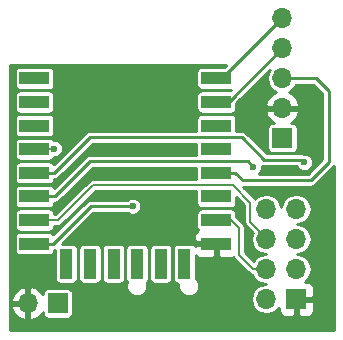
<source format=gtl>
G04 #@! TF.FileFunction,Copper,L1,Top,Signal*
%FSLAX46Y46*%
G04 Gerber Fmt 4.6, Leading zero omitted, Abs format (unit mm)*
G04 Created by KiCad (PCBNEW 4.0.7-e2-6376~58~ubuntu17.04.1) date Tue Sep  5 17:35:11 2017*
%MOMM*%
%LPD*%
G01*
G04 APERTURE LIST*
%ADD10C,0.100000*%
%ADD11R,2.500000X1.100000*%
%ADD12R,1.100000X2.500000*%
%ADD13R,1.700000X1.700000*%
%ADD14O,1.700000X1.700000*%
%ADD15C,0.600000*%
%ADD16C,0.160000*%
%ADD17C,0.250000*%
%ADD18C,0.254000*%
G04 APERTURE END LIST*
D10*
D11*
X137730000Y-83820000D03*
X137730000Y-85820000D03*
X137730000Y-87820000D03*
X137730000Y-89820000D03*
X137730000Y-91820000D03*
X137730000Y-93820000D03*
X137730000Y-95820000D03*
X137730000Y-97820000D03*
X153130000Y-97820000D03*
X153130000Y-95820000D03*
X153130000Y-93820000D03*
X153130000Y-91820000D03*
X153130000Y-89820000D03*
X153130000Y-87820000D03*
X153130000Y-85820000D03*
X153130000Y-83820000D03*
D12*
X140420000Y-99520000D03*
X142420000Y-99520000D03*
X144420000Y-99520000D03*
X146420000Y-99520000D03*
X148420000Y-99520000D03*
X150420000Y-99520000D03*
D13*
X159893000Y-102514400D03*
D14*
X157353000Y-102514400D03*
X159893000Y-99974400D03*
X157353000Y-99974400D03*
X159893000Y-97434400D03*
X157353000Y-97434400D03*
X159893000Y-94894400D03*
X157353000Y-94894400D03*
D13*
X158724600Y-88874600D03*
D14*
X158724600Y-86334600D03*
X158724600Y-83794600D03*
X158724600Y-81254600D03*
X158724600Y-78714600D03*
D13*
X139700000Y-102870000D03*
D14*
X137160000Y-102870000D03*
D15*
X142544800Y-96647000D03*
X143941800Y-96647000D03*
X145440400Y-96621600D03*
X146888200Y-96596200D03*
X160959800Y-87274400D03*
X156108400Y-87503000D03*
X146050000Y-94640400D03*
X160578800Y-90932000D03*
X156260800Y-91287600D03*
X139420600Y-89763600D03*
D16*
X143941800Y-96647000D02*
X142544800Y-96647000D01*
X146862800Y-96621600D02*
X145440400Y-96621600D01*
X146888200Y-96596200D02*
X146862800Y-96621600D01*
X158724600Y-86334600D02*
X160020000Y-86334600D01*
X160020000Y-86334600D02*
X160959800Y-87274400D01*
D17*
X138430000Y-97820000D02*
X139314400Y-97820000D01*
X142494000Y-94640400D02*
X146050000Y-94640400D01*
X139314400Y-97820000D02*
X142494000Y-94640400D01*
D16*
X152430000Y-95820000D02*
X154367000Y-95820000D01*
X154367000Y-95820000D02*
X155016200Y-96469200D01*
X155016200Y-96469200D02*
X155016200Y-98755200D01*
X155016200Y-98755200D02*
X156235400Y-99974400D01*
X156235400Y-99974400D02*
X157353000Y-99974400D01*
D17*
X139421600Y-91820000D02*
X138430000Y-91820000D01*
X142417800Y-88823800D02*
X139421600Y-91820000D01*
X155270200Y-88823800D02*
X142417800Y-88823800D01*
X157175200Y-90728800D02*
X155270200Y-88823800D01*
X160375600Y-90728800D02*
X157175200Y-90728800D01*
X160578800Y-90932000D02*
X160375600Y-90728800D01*
D16*
X157353000Y-97434400D02*
X157353000Y-97332800D01*
X157353000Y-97332800D02*
X156006800Y-95986600D01*
X156006800Y-95986600D02*
X156006800Y-94335600D01*
X156006800Y-94335600D02*
X154508200Y-92837000D01*
X154508200Y-92837000D02*
X142697200Y-92837000D01*
X142697200Y-92837000D02*
X139714200Y-95820000D01*
X139714200Y-95820000D02*
X138430000Y-95820000D01*
D17*
X156260800Y-91287600D02*
X155803600Y-90830400D01*
X155803600Y-90830400D02*
X142417800Y-90830400D01*
X142417800Y-90830400D02*
X139428200Y-93820000D01*
X139428200Y-93820000D02*
X138430000Y-93820000D01*
X158724600Y-83794600D02*
X161569400Y-83794600D01*
X154735800Y-91820000D02*
X152430000Y-91820000D01*
X155346400Y-92430600D02*
X154735800Y-91820000D01*
X161112200Y-92430600D02*
X155346400Y-92430600D01*
X162636200Y-90906600D02*
X161112200Y-92430600D01*
X162636200Y-84861400D02*
X162636200Y-90906600D01*
X161569400Y-83794600D02*
X162636200Y-84861400D01*
X152430000Y-85820000D02*
X154159200Y-85820000D01*
X154159200Y-85820000D02*
X158724600Y-81254600D01*
X152430000Y-83820000D02*
X153619200Y-83820000D01*
X153619200Y-83820000D02*
X158724600Y-78714600D01*
D16*
X139364200Y-89820000D02*
X138430000Y-89820000D01*
X139420600Y-89763600D02*
X139364200Y-89820000D01*
D18*
G36*
X153823919Y-82834635D02*
X151880000Y-82834635D01*
X151721763Y-82864409D01*
X151576433Y-82957927D01*
X151478936Y-83100619D01*
X151444635Y-83270000D01*
X151444635Y-84370000D01*
X151474409Y-84528237D01*
X151567927Y-84673567D01*
X151710619Y-84771064D01*
X151880000Y-84805365D01*
X154380000Y-84805365D01*
X154396246Y-84802308D01*
X154363919Y-84834635D01*
X151880000Y-84834635D01*
X151721763Y-84864409D01*
X151576433Y-84957927D01*
X151478936Y-85100619D01*
X151444635Y-85270000D01*
X151444635Y-86370000D01*
X151474409Y-86528237D01*
X151567927Y-86673567D01*
X151710619Y-86771064D01*
X151880000Y-86805365D01*
X154380000Y-86805365D01*
X154538237Y-86775591D01*
X154668932Y-86691490D01*
X157283124Y-86691490D01*
X157452955Y-87101524D01*
X157843242Y-87529783D01*
X157969836Y-87589235D01*
X157874600Y-87589235D01*
X157716363Y-87619009D01*
X157571033Y-87712527D01*
X157473536Y-87855219D01*
X157439235Y-88024600D01*
X157439235Y-89724600D01*
X157469009Y-89882837D01*
X157562527Y-90028167D01*
X157705219Y-90125664D01*
X157874600Y-90159965D01*
X159574600Y-90159965D01*
X159732837Y-90130191D01*
X159878167Y-90036673D01*
X159975664Y-89893981D01*
X160009965Y-89724600D01*
X160009965Y-88024600D01*
X159980191Y-87866363D01*
X159886673Y-87721033D01*
X159743981Y-87623536D01*
X159574600Y-87589235D01*
X159479364Y-87589235D01*
X159605958Y-87529783D01*
X159996245Y-87101524D01*
X160166076Y-86691490D01*
X160044755Y-86461600D01*
X158851600Y-86461600D01*
X158851600Y-86481600D01*
X158597600Y-86481600D01*
X158597600Y-86461600D01*
X157404445Y-86461600D01*
X157283124Y-86691490D01*
X154668932Y-86691490D01*
X154683567Y-86682073D01*
X154781064Y-86539381D01*
X154815365Y-86370000D01*
X154815365Y-85944481D01*
X157652399Y-83107447D01*
X157519788Y-83305913D01*
X157422582Y-83794600D01*
X157519788Y-84283287D01*
X157796607Y-84697575D01*
X158204183Y-84969909D01*
X157843242Y-85139417D01*
X157452955Y-85567676D01*
X157283124Y-85977710D01*
X157404445Y-86207600D01*
X158597600Y-86207600D01*
X158597600Y-86187600D01*
X158851600Y-86187600D01*
X158851600Y-86207600D01*
X160044755Y-86207600D01*
X160166076Y-85977710D01*
X159996245Y-85567676D01*
X159605958Y-85139417D01*
X159245017Y-84969909D01*
X159652593Y-84697575D01*
X159887108Y-84346600D01*
X161340754Y-84346600D01*
X162084200Y-85090046D01*
X162084200Y-90677954D01*
X160883554Y-91878600D01*
X156697800Y-91878600D01*
X156876761Y-91699950D01*
X156987674Y-91432844D01*
X156987839Y-91243532D01*
X157175200Y-91280800D01*
X159936306Y-91280800D01*
X159962120Y-91343275D01*
X160166450Y-91547961D01*
X160433556Y-91658874D01*
X160722775Y-91659126D01*
X160990075Y-91548680D01*
X161194761Y-91344350D01*
X161305674Y-91077244D01*
X161305926Y-90788025D01*
X161195480Y-90520725D01*
X160991150Y-90316039D01*
X160724044Y-90205126D01*
X160517100Y-90204946D01*
X160375600Y-90176800D01*
X157403846Y-90176800D01*
X155660523Y-88433477D01*
X155481442Y-88313818D01*
X155270200Y-88271800D01*
X154815365Y-88271800D01*
X154815365Y-87270000D01*
X154785591Y-87111763D01*
X154692073Y-86966433D01*
X154549381Y-86868936D01*
X154380000Y-86834635D01*
X151880000Y-86834635D01*
X151721763Y-86864409D01*
X151576433Y-86957927D01*
X151478936Y-87100619D01*
X151444635Y-87270000D01*
X151444635Y-88271800D01*
X142417800Y-88271800D01*
X142206558Y-88313818D01*
X142027477Y-88433477D01*
X139371339Y-91089615D01*
X139292073Y-90966433D01*
X139149381Y-90868936D01*
X138980000Y-90834635D01*
X136480000Y-90834635D01*
X136321763Y-90864409D01*
X136176433Y-90957927D01*
X136078936Y-91100619D01*
X136044635Y-91270000D01*
X136044635Y-92370000D01*
X136074409Y-92528237D01*
X136167927Y-92673567D01*
X136310619Y-92771064D01*
X136480000Y-92805365D01*
X138980000Y-92805365D01*
X139138237Y-92775591D01*
X139283567Y-92682073D01*
X139381064Y-92539381D01*
X139414960Y-92372000D01*
X139421600Y-92372000D01*
X139632842Y-92329982D01*
X139811923Y-92210323D01*
X142646446Y-89375800D01*
X151444635Y-89375800D01*
X151444635Y-90278400D01*
X142417800Y-90278400D01*
X142206558Y-90320418D01*
X142027477Y-90440077D01*
X139373923Y-93093631D01*
X139292073Y-92966433D01*
X139149381Y-92868936D01*
X138980000Y-92834635D01*
X136480000Y-92834635D01*
X136321763Y-92864409D01*
X136176433Y-92957927D01*
X136078936Y-93100619D01*
X136044635Y-93270000D01*
X136044635Y-94370000D01*
X136074409Y-94528237D01*
X136167927Y-94673567D01*
X136310619Y-94771064D01*
X136480000Y-94805365D01*
X138980000Y-94805365D01*
X139138237Y-94775591D01*
X139283567Y-94682073D01*
X139381064Y-94539381D01*
X139414960Y-94372000D01*
X139428200Y-94372000D01*
X139639442Y-94329982D01*
X139818523Y-94210323D01*
X142646446Y-91382400D01*
X151444635Y-91382400D01*
X151444635Y-92330000D01*
X142697200Y-92330000D01*
X142503179Y-92368593D01*
X142410380Y-92430600D01*
X142338697Y-92478497D01*
X139504194Y-95313000D01*
X139415365Y-95313000D01*
X139415365Y-95270000D01*
X139385591Y-95111763D01*
X139292073Y-94966433D01*
X139149381Y-94868936D01*
X138980000Y-94834635D01*
X136480000Y-94834635D01*
X136321763Y-94864409D01*
X136176433Y-94957927D01*
X136078936Y-95100619D01*
X136044635Y-95270000D01*
X136044635Y-96370000D01*
X136074409Y-96528237D01*
X136167927Y-96673567D01*
X136310619Y-96771064D01*
X136480000Y-96805365D01*
X138980000Y-96805365D01*
X139138237Y-96775591D01*
X139283567Y-96682073D01*
X139381064Y-96539381D01*
X139415365Y-96370000D01*
X139415365Y-96327000D01*
X139714200Y-96327000D01*
X139908221Y-96288407D01*
X140072703Y-96178503D01*
X142907206Y-93344000D01*
X151444635Y-93344000D01*
X151444635Y-94370000D01*
X151474409Y-94528237D01*
X151567927Y-94673567D01*
X151710619Y-94771064D01*
X151880000Y-94805365D01*
X154380000Y-94805365D01*
X154538237Y-94775591D01*
X154683567Y-94682073D01*
X154781064Y-94539381D01*
X154815365Y-94370000D01*
X154815365Y-93861171D01*
X155499800Y-94545606D01*
X155499800Y-95986600D01*
X155538393Y-96180621D01*
X155601575Y-96275179D01*
X155648297Y-96345103D01*
X156188530Y-96885336D01*
X156148188Y-96945713D01*
X156050982Y-97434400D01*
X156148188Y-97923087D01*
X156425007Y-98337375D01*
X156839295Y-98614194D01*
X157292791Y-98704400D01*
X156839295Y-98794606D01*
X156425007Y-99071425D01*
X156274572Y-99296566D01*
X155523200Y-98545194D01*
X155523200Y-96469200D01*
X155484607Y-96275179D01*
X155374703Y-96110697D01*
X154815365Y-95551359D01*
X154815365Y-95270000D01*
X154785591Y-95111763D01*
X154692073Y-94966433D01*
X154549381Y-94868936D01*
X154380000Y-94834635D01*
X151880000Y-94834635D01*
X151721763Y-94864409D01*
X151576433Y-94957927D01*
X151478936Y-95100619D01*
X151444635Y-95270000D01*
X151444635Y-96370000D01*
X151474409Y-96528237D01*
X151567927Y-96673567D01*
X151602897Y-96697461D01*
X151520302Y-96731673D01*
X151341673Y-96910301D01*
X151245000Y-97143690D01*
X151245000Y-97534250D01*
X151403750Y-97693000D01*
X153003000Y-97693000D01*
X153003000Y-97673000D01*
X153257000Y-97673000D01*
X153257000Y-97693000D01*
X153277000Y-97693000D01*
X153277000Y-97947000D01*
X153257000Y-97947000D01*
X153257000Y-98846250D01*
X153415750Y-99005000D01*
X154506309Y-99005000D01*
X154567992Y-98979450D01*
X154585064Y-99005000D01*
X154657697Y-99113703D01*
X155876897Y-100332903D01*
X156041379Y-100442807D01*
X156148932Y-100464201D01*
X156425007Y-100877375D01*
X156839295Y-101154194D01*
X157292791Y-101244400D01*
X156839295Y-101334606D01*
X156425007Y-101611425D01*
X156148188Y-102025713D01*
X156050982Y-102514400D01*
X156148188Y-103003087D01*
X156425007Y-103417375D01*
X156839295Y-103694194D01*
X157327982Y-103791400D01*
X157378018Y-103791400D01*
X157866705Y-103694194D01*
X158280993Y-103417375D01*
X158408000Y-103227296D01*
X158408000Y-103490710D01*
X158504673Y-103724099D01*
X158683302Y-103902727D01*
X158916691Y-103999400D01*
X159607250Y-103999400D01*
X159766000Y-103840650D01*
X159766000Y-102641400D01*
X160020000Y-102641400D01*
X160020000Y-103840650D01*
X160178750Y-103999400D01*
X160869309Y-103999400D01*
X161102698Y-103902727D01*
X161281327Y-103724099D01*
X161378000Y-103490710D01*
X161378000Y-102800150D01*
X161219250Y-102641400D01*
X160020000Y-102641400D01*
X159766000Y-102641400D01*
X159746000Y-102641400D01*
X159746000Y-102387400D01*
X159766000Y-102387400D01*
X159766000Y-102367400D01*
X160020000Y-102367400D01*
X160020000Y-102387400D01*
X161219250Y-102387400D01*
X161378000Y-102228650D01*
X161378000Y-101538090D01*
X161281327Y-101304701D01*
X161102698Y-101126073D01*
X160869309Y-101029400D01*
X160593472Y-101029400D01*
X160820993Y-100877375D01*
X161097812Y-100463087D01*
X161195018Y-99974400D01*
X161097812Y-99485713D01*
X160820993Y-99071425D01*
X160406705Y-98794606D01*
X159953209Y-98704400D01*
X160406705Y-98614194D01*
X160820993Y-98337375D01*
X161097812Y-97923087D01*
X161195018Y-97434400D01*
X161097812Y-96945713D01*
X160820993Y-96531425D01*
X160406705Y-96254606D01*
X159953209Y-96164400D01*
X160406705Y-96074194D01*
X160820993Y-95797375D01*
X161097812Y-95383087D01*
X161195018Y-94894400D01*
X161097812Y-94405713D01*
X160820993Y-93991425D01*
X160406705Y-93714606D01*
X159918018Y-93617400D01*
X159867982Y-93617400D01*
X159379295Y-93714606D01*
X158965007Y-93991425D01*
X158688188Y-94405713D01*
X158623000Y-94733435D01*
X158557812Y-94405713D01*
X158280993Y-93991425D01*
X157866705Y-93714606D01*
X157378018Y-93617400D01*
X157327982Y-93617400D01*
X156839295Y-93714606D01*
X156425007Y-93991425D01*
X156399942Y-94028937D01*
X156365303Y-93977097D01*
X155370806Y-92982600D01*
X161112200Y-92982600D01*
X161323442Y-92940582D01*
X161502523Y-92820923D01*
X163026523Y-91296923D01*
X163074000Y-91225869D01*
X163074000Y-105162000D01*
X135630000Y-105162000D01*
X135630000Y-103226892D01*
X135718514Y-103226892D01*
X135964817Y-103751358D01*
X136393076Y-104141645D01*
X136803110Y-104311476D01*
X137033000Y-104190155D01*
X137033000Y-102997000D01*
X135839181Y-102997000D01*
X135718514Y-103226892D01*
X135630000Y-103226892D01*
X135630000Y-102513108D01*
X135718514Y-102513108D01*
X135839181Y-102743000D01*
X137033000Y-102743000D01*
X137033000Y-101549845D01*
X137287000Y-101549845D01*
X137287000Y-102743000D01*
X137307000Y-102743000D01*
X137307000Y-102997000D01*
X137287000Y-102997000D01*
X137287000Y-104190155D01*
X137516890Y-104311476D01*
X137926924Y-104141645D01*
X138355183Y-103751358D01*
X138414635Y-103624764D01*
X138414635Y-103720000D01*
X138444409Y-103878237D01*
X138537927Y-104023567D01*
X138680619Y-104121064D01*
X138850000Y-104155365D01*
X140550000Y-104155365D01*
X140708237Y-104125591D01*
X140853567Y-104032073D01*
X140951064Y-103889381D01*
X140985365Y-103720000D01*
X140985365Y-102020000D01*
X140955591Y-101861763D01*
X140862073Y-101716433D01*
X140719381Y-101618936D01*
X140550000Y-101584635D01*
X138850000Y-101584635D01*
X138691763Y-101614409D01*
X138546433Y-101707927D01*
X138448936Y-101850619D01*
X138414635Y-102020000D01*
X138414635Y-102115236D01*
X138355183Y-101988642D01*
X137926924Y-101598355D01*
X137516890Y-101428524D01*
X137287000Y-101549845D01*
X137033000Y-101549845D01*
X136803110Y-101428524D01*
X136393076Y-101598355D01*
X135964817Y-101988642D01*
X135718514Y-102513108D01*
X135630000Y-102513108D01*
X135630000Y-97270000D01*
X136044635Y-97270000D01*
X136044635Y-98370000D01*
X136074409Y-98528237D01*
X136167927Y-98673567D01*
X136310619Y-98771064D01*
X136480000Y-98805365D01*
X138980000Y-98805365D01*
X139138237Y-98775591D01*
X139283567Y-98682073D01*
X139381064Y-98539381D01*
X139415365Y-98370000D01*
X139415365Y-98351917D01*
X139434635Y-98348084D01*
X139434635Y-100770000D01*
X139464409Y-100928237D01*
X139557927Y-101073567D01*
X139700619Y-101171064D01*
X139870000Y-101205365D01*
X140970000Y-101205365D01*
X141128237Y-101175591D01*
X141273567Y-101082073D01*
X141371064Y-100939381D01*
X141405365Y-100770000D01*
X141405365Y-98270000D01*
X141434635Y-98270000D01*
X141434635Y-100770000D01*
X141464409Y-100928237D01*
X141557927Y-101073567D01*
X141700619Y-101171064D01*
X141870000Y-101205365D01*
X142970000Y-101205365D01*
X143128237Y-101175591D01*
X143273567Y-101082073D01*
X143371064Y-100939381D01*
X143405365Y-100770000D01*
X143405365Y-98270000D01*
X143434635Y-98270000D01*
X143434635Y-100770000D01*
X143464409Y-100928237D01*
X143557927Y-101073567D01*
X143700619Y-101171064D01*
X143870000Y-101205365D01*
X144970000Y-101205365D01*
X145128237Y-101175591D01*
X145273567Y-101082073D01*
X145371064Y-100939381D01*
X145405365Y-100770000D01*
X145405365Y-98270000D01*
X145434635Y-98270000D01*
X145434635Y-100770000D01*
X145464409Y-100928237D01*
X145557927Y-101073567D01*
X145571963Y-101083158D01*
X145513153Y-101224789D01*
X145512849Y-101573681D01*
X145646082Y-101896131D01*
X145892571Y-102143051D01*
X146214789Y-102276847D01*
X146563681Y-102277151D01*
X146886131Y-102143918D01*
X147133051Y-101897429D01*
X147266847Y-101575211D01*
X147267151Y-101226319D01*
X147221416Y-101115631D01*
X147273567Y-101082073D01*
X147371064Y-100939381D01*
X147405365Y-100770000D01*
X147405365Y-98270000D01*
X147434635Y-98270000D01*
X147434635Y-100770000D01*
X147464409Y-100928237D01*
X147557927Y-101073567D01*
X147700619Y-101171064D01*
X147870000Y-101205365D01*
X148970000Y-101205365D01*
X149128237Y-101175591D01*
X149273567Y-101082073D01*
X149371064Y-100939381D01*
X149405365Y-100770000D01*
X149405365Y-98270000D01*
X149434635Y-98270000D01*
X149434635Y-100770000D01*
X149464409Y-100928237D01*
X149557927Y-101073567D01*
X149700619Y-101171064D01*
X149870000Y-101205365D01*
X149921219Y-101205365D01*
X149913153Y-101224789D01*
X149912849Y-101573681D01*
X150046082Y-101896131D01*
X150292571Y-102143051D01*
X150614789Y-102276847D01*
X150963681Y-102277151D01*
X151286131Y-102143918D01*
X151533051Y-101897429D01*
X151666847Y-101575211D01*
X151667151Y-101226319D01*
X151533918Y-100903869D01*
X151404508Y-100774233D01*
X151405365Y-100770000D01*
X151405365Y-98793391D01*
X151520302Y-98908327D01*
X151753691Y-99005000D01*
X152844250Y-99005000D01*
X153003000Y-98846250D01*
X153003000Y-97947000D01*
X151403750Y-97947000D01*
X151322105Y-98028645D01*
X151282073Y-97966433D01*
X151139381Y-97868936D01*
X150970000Y-97834635D01*
X149870000Y-97834635D01*
X149711763Y-97864409D01*
X149566433Y-97957927D01*
X149468936Y-98100619D01*
X149434635Y-98270000D01*
X149405365Y-98270000D01*
X149375591Y-98111763D01*
X149282073Y-97966433D01*
X149139381Y-97868936D01*
X148970000Y-97834635D01*
X147870000Y-97834635D01*
X147711763Y-97864409D01*
X147566433Y-97957927D01*
X147468936Y-98100619D01*
X147434635Y-98270000D01*
X147405365Y-98270000D01*
X147375591Y-98111763D01*
X147282073Y-97966433D01*
X147139381Y-97868936D01*
X146970000Y-97834635D01*
X145870000Y-97834635D01*
X145711763Y-97864409D01*
X145566433Y-97957927D01*
X145468936Y-98100619D01*
X145434635Y-98270000D01*
X145405365Y-98270000D01*
X145375591Y-98111763D01*
X145282073Y-97966433D01*
X145139381Y-97868936D01*
X144970000Y-97834635D01*
X143870000Y-97834635D01*
X143711763Y-97864409D01*
X143566433Y-97957927D01*
X143468936Y-98100619D01*
X143434635Y-98270000D01*
X143405365Y-98270000D01*
X143375591Y-98111763D01*
X143282073Y-97966433D01*
X143139381Y-97868936D01*
X142970000Y-97834635D01*
X141870000Y-97834635D01*
X141711763Y-97864409D01*
X141566433Y-97957927D01*
X141468936Y-98100619D01*
X141434635Y-98270000D01*
X141405365Y-98270000D01*
X141375591Y-98111763D01*
X141282073Y-97966433D01*
X141139381Y-97868936D01*
X140970000Y-97834635D01*
X140080411Y-97834635D01*
X142722646Y-95192400D01*
X145573800Y-95192400D01*
X145637650Y-95256361D01*
X145904756Y-95367274D01*
X146193975Y-95367526D01*
X146461275Y-95257080D01*
X146665961Y-95052750D01*
X146776874Y-94785644D01*
X146777126Y-94496425D01*
X146666680Y-94229125D01*
X146462350Y-94024439D01*
X146195244Y-93913526D01*
X145906025Y-93913274D01*
X145638725Y-94023720D01*
X145573932Y-94088400D01*
X142494000Y-94088400D01*
X142282759Y-94130418D01*
X142163173Y-94210323D01*
X142103677Y-94250077D01*
X139329366Y-97024388D01*
X139292073Y-96966433D01*
X139149381Y-96868936D01*
X138980000Y-96834635D01*
X136480000Y-96834635D01*
X136321763Y-96864409D01*
X136176433Y-96957927D01*
X136078936Y-97100619D01*
X136044635Y-97270000D01*
X135630000Y-97270000D01*
X135630000Y-89270000D01*
X136044635Y-89270000D01*
X136044635Y-90370000D01*
X136074409Y-90528237D01*
X136167927Y-90673567D01*
X136310619Y-90771064D01*
X136480000Y-90805365D01*
X138980000Y-90805365D01*
X139138237Y-90775591D01*
X139283567Y-90682073D01*
X139381064Y-90539381D01*
X139390948Y-90490575D01*
X139564575Y-90490726D01*
X139831875Y-90380280D01*
X140036561Y-90175950D01*
X140147474Y-89908844D01*
X140147726Y-89619625D01*
X140037280Y-89352325D01*
X139832950Y-89147639D01*
X139565844Y-89036726D01*
X139337177Y-89036527D01*
X139292073Y-88966433D01*
X139149381Y-88868936D01*
X138980000Y-88834635D01*
X136480000Y-88834635D01*
X136321763Y-88864409D01*
X136176433Y-88957927D01*
X136078936Y-89100619D01*
X136044635Y-89270000D01*
X135630000Y-89270000D01*
X135630000Y-87270000D01*
X136044635Y-87270000D01*
X136044635Y-88370000D01*
X136074409Y-88528237D01*
X136167927Y-88673567D01*
X136310619Y-88771064D01*
X136480000Y-88805365D01*
X138980000Y-88805365D01*
X139138237Y-88775591D01*
X139283567Y-88682073D01*
X139381064Y-88539381D01*
X139415365Y-88370000D01*
X139415365Y-87270000D01*
X139385591Y-87111763D01*
X139292073Y-86966433D01*
X139149381Y-86868936D01*
X138980000Y-86834635D01*
X136480000Y-86834635D01*
X136321763Y-86864409D01*
X136176433Y-86957927D01*
X136078936Y-87100619D01*
X136044635Y-87270000D01*
X135630000Y-87270000D01*
X135630000Y-85270000D01*
X136044635Y-85270000D01*
X136044635Y-86370000D01*
X136074409Y-86528237D01*
X136167927Y-86673567D01*
X136310619Y-86771064D01*
X136480000Y-86805365D01*
X138980000Y-86805365D01*
X139138237Y-86775591D01*
X139283567Y-86682073D01*
X139381064Y-86539381D01*
X139415365Y-86370000D01*
X139415365Y-85270000D01*
X139385591Y-85111763D01*
X139292073Y-84966433D01*
X139149381Y-84868936D01*
X138980000Y-84834635D01*
X136480000Y-84834635D01*
X136321763Y-84864409D01*
X136176433Y-84957927D01*
X136078936Y-85100619D01*
X136044635Y-85270000D01*
X135630000Y-85270000D01*
X135630000Y-83270000D01*
X136044635Y-83270000D01*
X136044635Y-84370000D01*
X136074409Y-84528237D01*
X136167927Y-84673567D01*
X136310619Y-84771064D01*
X136480000Y-84805365D01*
X138980000Y-84805365D01*
X139138237Y-84775591D01*
X139283567Y-84682073D01*
X139381064Y-84539381D01*
X139415365Y-84370000D01*
X139415365Y-83270000D01*
X139385591Y-83111763D01*
X139292073Y-82966433D01*
X139149381Y-82868936D01*
X138980000Y-82834635D01*
X136480000Y-82834635D01*
X136321763Y-82864409D01*
X136176433Y-82957927D01*
X136078936Y-83100619D01*
X136044635Y-83270000D01*
X135630000Y-83270000D01*
X135630000Y-82677000D01*
X153981554Y-82677000D01*
X153823919Y-82834635D01*
X153823919Y-82834635D01*
G37*
X153823919Y-82834635D02*
X151880000Y-82834635D01*
X151721763Y-82864409D01*
X151576433Y-82957927D01*
X151478936Y-83100619D01*
X151444635Y-83270000D01*
X151444635Y-84370000D01*
X151474409Y-84528237D01*
X151567927Y-84673567D01*
X151710619Y-84771064D01*
X151880000Y-84805365D01*
X154380000Y-84805365D01*
X154396246Y-84802308D01*
X154363919Y-84834635D01*
X151880000Y-84834635D01*
X151721763Y-84864409D01*
X151576433Y-84957927D01*
X151478936Y-85100619D01*
X151444635Y-85270000D01*
X151444635Y-86370000D01*
X151474409Y-86528237D01*
X151567927Y-86673567D01*
X151710619Y-86771064D01*
X151880000Y-86805365D01*
X154380000Y-86805365D01*
X154538237Y-86775591D01*
X154668932Y-86691490D01*
X157283124Y-86691490D01*
X157452955Y-87101524D01*
X157843242Y-87529783D01*
X157969836Y-87589235D01*
X157874600Y-87589235D01*
X157716363Y-87619009D01*
X157571033Y-87712527D01*
X157473536Y-87855219D01*
X157439235Y-88024600D01*
X157439235Y-89724600D01*
X157469009Y-89882837D01*
X157562527Y-90028167D01*
X157705219Y-90125664D01*
X157874600Y-90159965D01*
X159574600Y-90159965D01*
X159732837Y-90130191D01*
X159878167Y-90036673D01*
X159975664Y-89893981D01*
X160009965Y-89724600D01*
X160009965Y-88024600D01*
X159980191Y-87866363D01*
X159886673Y-87721033D01*
X159743981Y-87623536D01*
X159574600Y-87589235D01*
X159479364Y-87589235D01*
X159605958Y-87529783D01*
X159996245Y-87101524D01*
X160166076Y-86691490D01*
X160044755Y-86461600D01*
X158851600Y-86461600D01*
X158851600Y-86481600D01*
X158597600Y-86481600D01*
X158597600Y-86461600D01*
X157404445Y-86461600D01*
X157283124Y-86691490D01*
X154668932Y-86691490D01*
X154683567Y-86682073D01*
X154781064Y-86539381D01*
X154815365Y-86370000D01*
X154815365Y-85944481D01*
X157652399Y-83107447D01*
X157519788Y-83305913D01*
X157422582Y-83794600D01*
X157519788Y-84283287D01*
X157796607Y-84697575D01*
X158204183Y-84969909D01*
X157843242Y-85139417D01*
X157452955Y-85567676D01*
X157283124Y-85977710D01*
X157404445Y-86207600D01*
X158597600Y-86207600D01*
X158597600Y-86187600D01*
X158851600Y-86187600D01*
X158851600Y-86207600D01*
X160044755Y-86207600D01*
X160166076Y-85977710D01*
X159996245Y-85567676D01*
X159605958Y-85139417D01*
X159245017Y-84969909D01*
X159652593Y-84697575D01*
X159887108Y-84346600D01*
X161340754Y-84346600D01*
X162084200Y-85090046D01*
X162084200Y-90677954D01*
X160883554Y-91878600D01*
X156697800Y-91878600D01*
X156876761Y-91699950D01*
X156987674Y-91432844D01*
X156987839Y-91243532D01*
X157175200Y-91280800D01*
X159936306Y-91280800D01*
X159962120Y-91343275D01*
X160166450Y-91547961D01*
X160433556Y-91658874D01*
X160722775Y-91659126D01*
X160990075Y-91548680D01*
X161194761Y-91344350D01*
X161305674Y-91077244D01*
X161305926Y-90788025D01*
X161195480Y-90520725D01*
X160991150Y-90316039D01*
X160724044Y-90205126D01*
X160517100Y-90204946D01*
X160375600Y-90176800D01*
X157403846Y-90176800D01*
X155660523Y-88433477D01*
X155481442Y-88313818D01*
X155270200Y-88271800D01*
X154815365Y-88271800D01*
X154815365Y-87270000D01*
X154785591Y-87111763D01*
X154692073Y-86966433D01*
X154549381Y-86868936D01*
X154380000Y-86834635D01*
X151880000Y-86834635D01*
X151721763Y-86864409D01*
X151576433Y-86957927D01*
X151478936Y-87100619D01*
X151444635Y-87270000D01*
X151444635Y-88271800D01*
X142417800Y-88271800D01*
X142206558Y-88313818D01*
X142027477Y-88433477D01*
X139371339Y-91089615D01*
X139292073Y-90966433D01*
X139149381Y-90868936D01*
X138980000Y-90834635D01*
X136480000Y-90834635D01*
X136321763Y-90864409D01*
X136176433Y-90957927D01*
X136078936Y-91100619D01*
X136044635Y-91270000D01*
X136044635Y-92370000D01*
X136074409Y-92528237D01*
X136167927Y-92673567D01*
X136310619Y-92771064D01*
X136480000Y-92805365D01*
X138980000Y-92805365D01*
X139138237Y-92775591D01*
X139283567Y-92682073D01*
X139381064Y-92539381D01*
X139414960Y-92372000D01*
X139421600Y-92372000D01*
X139632842Y-92329982D01*
X139811923Y-92210323D01*
X142646446Y-89375800D01*
X151444635Y-89375800D01*
X151444635Y-90278400D01*
X142417800Y-90278400D01*
X142206558Y-90320418D01*
X142027477Y-90440077D01*
X139373923Y-93093631D01*
X139292073Y-92966433D01*
X139149381Y-92868936D01*
X138980000Y-92834635D01*
X136480000Y-92834635D01*
X136321763Y-92864409D01*
X136176433Y-92957927D01*
X136078936Y-93100619D01*
X136044635Y-93270000D01*
X136044635Y-94370000D01*
X136074409Y-94528237D01*
X136167927Y-94673567D01*
X136310619Y-94771064D01*
X136480000Y-94805365D01*
X138980000Y-94805365D01*
X139138237Y-94775591D01*
X139283567Y-94682073D01*
X139381064Y-94539381D01*
X139414960Y-94372000D01*
X139428200Y-94372000D01*
X139639442Y-94329982D01*
X139818523Y-94210323D01*
X142646446Y-91382400D01*
X151444635Y-91382400D01*
X151444635Y-92330000D01*
X142697200Y-92330000D01*
X142503179Y-92368593D01*
X142410380Y-92430600D01*
X142338697Y-92478497D01*
X139504194Y-95313000D01*
X139415365Y-95313000D01*
X139415365Y-95270000D01*
X139385591Y-95111763D01*
X139292073Y-94966433D01*
X139149381Y-94868936D01*
X138980000Y-94834635D01*
X136480000Y-94834635D01*
X136321763Y-94864409D01*
X136176433Y-94957927D01*
X136078936Y-95100619D01*
X136044635Y-95270000D01*
X136044635Y-96370000D01*
X136074409Y-96528237D01*
X136167927Y-96673567D01*
X136310619Y-96771064D01*
X136480000Y-96805365D01*
X138980000Y-96805365D01*
X139138237Y-96775591D01*
X139283567Y-96682073D01*
X139381064Y-96539381D01*
X139415365Y-96370000D01*
X139415365Y-96327000D01*
X139714200Y-96327000D01*
X139908221Y-96288407D01*
X140072703Y-96178503D01*
X142907206Y-93344000D01*
X151444635Y-93344000D01*
X151444635Y-94370000D01*
X151474409Y-94528237D01*
X151567927Y-94673567D01*
X151710619Y-94771064D01*
X151880000Y-94805365D01*
X154380000Y-94805365D01*
X154538237Y-94775591D01*
X154683567Y-94682073D01*
X154781064Y-94539381D01*
X154815365Y-94370000D01*
X154815365Y-93861171D01*
X155499800Y-94545606D01*
X155499800Y-95986600D01*
X155538393Y-96180621D01*
X155601575Y-96275179D01*
X155648297Y-96345103D01*
X156188530Y-96885336D01*
X156148188Y-96945713D01*
X156050982Y-97434400D01*
X156148188Y-97923087D01*
X156425007Y-98337375D01*
X156839295Y-98614194D01*
X157292791Y-98704400D01*
X156839295Y-98794606D01*
X156425007Y-99071425D01*
X156274572Y-99296566D01*
X155523200Y-98545194D01*
X155523200Y-96469200D01*
X155484607Y-96275179D01*
X155374703Y-96110697D01*
X154815365Y-95551359D01*
X154815365Y-95270000D01*
X154785591Y-95111763D01*
X154692073Y-94966433D01*
X154549381Y-94868936D01*
X154380000Y-94834635D01*
X151880000Y-94834635D01*
X151721763Y-94864409D01*
X151576433Y-94957927D01*
X151478936Y-95100619D01*
X151444635Y-95270000D01*
X151444635Y-96370000D01*
X151474409Y-96528237D01*
X151567927Y-96673567D01*
X151602897Y-96697461D01*
X151520302Y-96731673D01*
X151341673Y-96910301D01*
X151245000Y-97143690D01*
X151245000Y-97534250D01*
X151403750Y-97693000D01*
X153003000Y-97693000D01*
X153003000Y-97673000D01*
X153257000Y-97673000D01*
X153257000Y-97693000D01*
X153277000Y-97693000D01*
X153277000Y-97947000D01*
X153257000Y-97947000D01*
X153257000Y-98846250D01*
X153415750Y-99005000D01*
X154506309Y-99005000D01*
X154567992Y-98979450D01*
X154585064Y-99005000D01*
X154657697Y-99113703D01*
X155876897Y-100332903D01*
X156041379Y-100442807D01*
X156148932Y-100464201D01*
X156425007Y-100877375D01*
X156839295Y-101154194D01*
X157292791Y-101244400D01*
X156839295Y-101334606D01*
X156425007Y-101611425D01*
X156148188Y-102025713D01*
X156050982Y-102514400D01*
X156148188Y-103003087D01*
X156425007Y-103417375D01*
X156839295Y-103694194D01*
X157327982Y-103791400D01*
X157378018Y-103791400D01*
X157866705Y-103694194D01*
X158280993Y-103417375D01*
X158408000Y-103227296D01*
X158408000Y-103490710D01*
X158504673Y-103724099D01*
X158683302Y-103902727D01*
X158916691Y-103999400D01*
X159607250Y-103999400D01*
X159766000Y-103840650D01*
X159766000Y-102641400D01*
X160020000Y-102641400D01*
X160020000Y-103840650D01*
X160178750Y-103999400D01*
X160869309Y-103999400D01*
X161102698Y-103902727D01*
X161281327Y-103724099D01*
X161378000Y-103490710D01*
X161378000Y-102800150D01*
X161219250Y-102641400D01*
X160020000Y-102641400D01*
X159766000Y-102641400D01*
X159746000Y-102641400D01*
X159746000Y-102387400D01*
X159766000Y-102387400D01*
X159766000Y-102367400D01*
X160020000Y-102367400D01*
X160020000Y-102387400D01*
X161219250Y-102387400D01*
X161378000Y-102228650D01*
X161378000Y-101538090D01*
X161281327Y-101304701D01*
X161102698Y-101126073D01*
X160869309Y-101029400D01*
X160593472Y-101029400D01*
X160820993Y-100877375D01*
X161097812Y-100463087D01*
X161195018Y-99974400D01*
X161097812Y-99485713D01*
X160820993Y-99071425D01*
X160406705Y-98794606D01*
X159953209Y-98704400D01*
X160406705Y-98614194D01*
X160820993Y-98337375D01*
X161097812Y-97923087D01*
X161195018Y-97434400D01*
X161097812Y-96945713D01*
X160820993Y-96531425D01*
X160406705Y-96254606D01*
X159953209Y-96164400D01*
X160406705Y-96074194D01*
X160820993Y-95797375D01*
X161097812Y-95383087D01*
X161195018Y-94894400D01*
X161097812Y-94405713D01*
X160820993Y-93991425D01*
X160406705Y-93714606D01*
X159918018Y-93617400D01*
X159867982Y-93617400D01*
X159379295Y-93714606D01*
X158965007Y-93991425D01*
X158688188Y-94405713D01*
X158623000Y-94733435D01*
X158557812Y-94405713D01*
X158280993Y-93991425D01*
X157866705Y-93714606D01*
X157378018Y-93617400D01*
X157327982Y-93617400D01*
X156839295Y-93714606D01*
X156425007Y-93991425D01*
X156399942Y-94028937D01*
X156365303Y-93977097D01*
X155370806Y-92982600D01*
X161112200Y-92982600D01*
X161323442Y-92940582D01*
X161502523Y-92820923D01*
X163026523Y-91296923D01*
X163074000Y-91225869D01*
X163074000Y-105162000D01*
X135630000Y-105162000D01*
X135630000Y-103226892D01*
X135718514Y-103226892D01*
X135964817Y-103751358D01*
X136393076Y-104141645D01*
X136803110Y-104311476D01*
X137033000Y-104190155D01*
X137033000Y-102997000D01*
X135839181Y-102997000D01*
X135718514Y-103226892D01*
X135630000Y-103226892D01*
X135630000Y-102513108D01*
X135718514Y-102513108D01*
X135839181Y-102743000D01*
X137033000Y-102743000D01*
X137033000Y-101549845D01*
X137287000Y-101549845D01*
X137287000Y-102743000D01*
X137307000Y-102743000D01*
X137307000Y-102997000D01*
X137287000Y-102997000D01*
X137287000Y-104190155D01*
X137516890Y-104311476D01*
X137926924Y-104141645D01*
X138355183Y-103751358D01*
X138414635Y-103624764D01*
X138414635Y-103720000D01*
X138444409Y-103878237D01*
X138537927Y-104023567D01*
X138680619Y-104121064D01*
X138850000Y-104155365D01*
X140550000Y-104155365D01*
X140708237Y-104125591D01*
X140853567Y-104032073D01*
X140951064Y-103889381D01*
X140985365Y-103720000D01*
X140985365Y-102020000D01*
X140955591Y-101861763D01*
X140862073Y-101716433D01*
X140719381Y-101618936D01*
X140550000Y-101584635D01*
X138850000Y-101584635D01*
X138691763Y-101614409D01*
X138546433Y-101707927D01*
X138448936Y-101850619D01*
X138414635Y-102020000D01*
X138414635Y-102115236D01*
X138355183Y-101988642D01*
X137926924Y-101598355D01*
X137516890Y-101428524D01*
X137287000Y-101549845D01*
X137033000Y-101549845D01*
X136803110Y-101428524D01*
X136393076Y-101598355D01*
X135964817Y-101988642D01*
X135718514Y-102513108D01*
X135630000Y-102513108D01*
X135630000Y-97270000D01*
X136044635Y-97270000D01*
X136044635Y-98370000D01*
X136074409Y-98528237D01*
X136167927Y-98673567D01*
X136310619Y-98771064D01*
X136480000Y-98805365D01*
X138980000Y-98805365D01*
X139138237Y-98775591D01*
X139283567Y-98682073D01*
X139381064Y-98539381D01*
X139415365Y-98370000D01*
X139415365Y-98351917D01*
X139434635Y-98348084D01*
X139434635Y-100770000D01*
X139464409Y-100928237D01*
X139557927Y-101073567D01*
X139700619Y-101171064D01*
X139870000Y-101205365D01*
X140970000Y-101205365D01*
X141128237Y-101175591D01*
X141273567Y-101082073D01*
X141371064Y-100939381D01*
X141405365Y-100770000D01*
X141405365Y-98270000D01*
X141434635Y-98270000D01*
X141434635Y-100770000D01*
X141464409Y-100928237D01*
X141557927Y-101073567D01*
X141700619Y-101171064D01*
X141870000Y-101205365D01*
X142970000Y-101205365D01*
X143128237Y-101175591D01*
X143273567Y-101082073D01*
X143371064Y-100939381D01*
X143405365Y-100770000D01*
X143405365Y-98270000D01*
X143434635Y-98270000D01*
X143434635Y-100770000D01*
X143464409Y-100928237D01*
X143557927Y-101073567D01*
X143700619Y-101171064D01*
X143870000Y-101205365D01*
X144970000Y-101205365D01*
X145128237Y-101175591D01*
X145273567Y-101082073D01*
X145371064Y-100939381D01*
X145405365Y-100770000D01*
X145405365Y-98270000D01*
X145434635Y-98270000D01*
X145434635Y-100770000D01*
X145464409Y-100928237D01*
X145557927Y-101073567D01*
X145571963Y-101083158D01*
X145513153Y-101224789D01*
X145512849Y-101573681D01*
X145646082Y-101896131D01*
X145892571Y-102143051D01*
X146214789Y-102276847D01*
X146563681Y-102277151D01*
X146886131Y-102143918D01*
X147133051Y-101897429D01*
X147266847Y-101575211D01*
X147267151Y-101226319D01*
X147221416Y-101115631D01*
X147273567Y-101082073D01*
X147371064Y-100939381D01*
X147405365Y-100770000D01*
X147405365Y-98270000D01*
X147434635Y-98270000D01*
X147434635Y-100770000D01*
X147464409Y-100928237D01*
X147557927Y-101073567D01*
X147700619Y-101171064D01*
X147870000Y-101205365D01*
X148970000Y-101205365D01*
X149128237Y-101175591D01*
X149273567Y-101082073D01*
X149371064Y-100939381D01*
X149405365Y-100770000D01*
X149405365Y-98270000D01*
X149434635Y-98270000D01*
X149434635Y-100770000D01*
X149464409Y-100928237D01*
X149557927Y-101073567D01*
X149700619Y-101171064D01*
X149870000Y-101205365D01*
X149921219Y-101205365D01*
X149913153Y-101224789D01*
X149912849Y-101573681D01*
X150046082Y-101896131D01*
X150292571Y-102143051D01*
X150614789Y-102276847D01*
X150963681Y-102277151D01*
X151286131Y-102143918D01*
X151533051Y-101897429D01*
X151666847Y-101575211D01*
X151667151Y-101226319D01*
X151533918Y-100903869D01*
X151404508Y-100774233D01*
X151405365Y-100770000D01*
X151405365Y-98793391D01*
X151520302Y-98908327D01*
X151753691Y-99005000D01*
X152844250Y-99005000D01*
X153003000Y-98846250D01*
X153003000Y-97947000D01*
X151403750Y-97947000D01*
X151322105Y-98028645D01*
X151282073Y-97966433D01*
X151139381Y-97868936D01*
X150970000Y-97834635D01*
X149870000Y-97834635D01*
X149711763Y-97864409D01*
X149566433Y-97957927D01*
X149468936Y-98100619D01*
X149434635Y-98270000D01*
X149405365Y-98270000D01*
X149375591Y-98111763D01*
X149282073Y-97966433D01*
X149139381Y-97868936D01*
X148970000Y-97834635D01*
X147870000Y-97834635D01*
X147711763Y-97864409D01*
X147566433Y-97957927D01*
X147468936Y-98100619D01*
X147434635Y-98270000D01*
X147405365Y-98270000D01*
X147375591Y-98111763D01*
X147282073Y-97966433D01*
X147139381Y-97868936D01*
X146970000Y-97834635D01*
X145870000Y-97834635D01*
X145711763Y-97864409D01*
X145566433Y-97957927D01*
X145468936Y-98100619D01*
X145434635Y-98270000D01*
X145405365Y-98270000D01*
X145375591Y-98111763D01*
X145282073Y-97966433D01*
X145139381Y-97868936D01*
X144970000Y-97834635D01*
X143870000Y-97834635D01*
X143711763Y-97864409D01*
X143566433Y-97957927D01*
X143468936Y-98100619D01*
X143434635Y-98270000D01*
X143405365Y-98270000D01*
X143375591Y-98111763D01*
X143282073Y-97966433D01*
X143139381Y-97868936D01*
X142970000Y-97834635D01*
X141870000Y-97834635D01*
X141711763Y-97864409D01*
X141566433Y-97957927D01*
X141468936Y-98100619D01*
X141434635Y-98270000D01*
X141405365Y-98270000D01*
X141375591Y-98111763D01*
X141282073Y-97966433D01*
X141139381Y-97868936D01*
X140970000Y-97834635D01*
X140080411Y-97834635D01*
X142722646Y-95192400D01*
X145573800Y-95192400D01*
X145637650Y-95256361D01*
X145904756Y-95367274D01*
X146193975Y-95367526D01*
X146461275Y-95257080D01*
X146665961Y-95052750D01*
X146776874Y-94785644D01*
X146777126Y-94496425D01*
X146666680Y-94229125D01*
X146462350Y-94024439D01*
X146195244Y-93913526D01*
X145906025Y-93913274D01*
X145638725Y-94023720D01*
X145573932Y-94088400D01*
X142494000Y-94088400D01*
X142282759Y-94130418D01*
X142163173Y-94210323D01*
X142103677Y-94250077D01*
X139329366Y-97024388D01*
X139292073Y-96966433D01*
X139149381Y-96868936D01*
X138980000Y-96834635D01*
X136480000Y-96834635D01*
X136321763Y-96864409D01*
X136176433Y-96957927D01*
X136078936Y-97100619D01*
X136044635Y-97270000D01*
X135630000Y-97270000D01*
X135630000Y-89270000D01*
X136044635Y-89270000D01*
X136044635Y-90370000D01*
X136074409Y-90528237D01*
X136167927Y-90673567D01*
X136310619Y-90771064D01*
X136480000Y-90805365D01*
X138980000Y-90805365D01*
X139138237Y-90775591D01*
X139283567Y-90682073D01*
X139381064Y-90539381D01*
X139390948Y-90490575D01*
X139564575Y-90490726D01*
X139831875Y-90380280D01*
X140036561Y-90175950D01*
X140147474Y-89908844D01*
X140147726Y-89619625D01*
X140037280Y-89352325D01*
X139832950Y-89147639D01*
X139565844Y-89036726D01*
X139337177Y-89036527D01*
X139292073Y-88966433D01*
X139149381Y-88868936D01*
X138980000Y-88834635D01*
X136480000Y-88834635D01*
X136321763Y-88864409D01*
X136176433Y-88957927D01*
X136078936Y-89100619D01*
X136044635Y-89270000D01*
X135630000Y-89270000D01*
X135630000Y-87270000D01*
X136044635Y-87270000D01*
X136044635Y-88370000D01*
X136074409Y-88528237D01*
X136167927Y-88673567D01*
X136310619Y-88771064D01*
X136480000Y-88805365D01*
X138980000Y-88805365D01*
X139138237Y-88775591D01*
X139283567Y-88682073D01*
X139381064Y-88539381D01*
X139415365Y-88370000D01*
X139415365Y-87270000D01*
X139385591Y-87111763D01*
X139292073Y-86966433D01*
X139149381Y-86868936D01*
X138980000Y-86834635D01*
X136480000Y-86834635D01*
X136321763Y-86864409D01*
X136176433Y-86957927D01*
X136078936Y-87100619D01*
X136044635Y-87270000D01*
X135630000Y-87270000D01*
X135630000Y-85270000D01*
X136044635Y-85270000D01*
X136044635Y-86370000D01*
X136074409Y-86528237D01*
X136167927Y-86673567D01*
X136310619Y-86771064D01*
X136480000Y-86805365D01*
X138980000Y-86805365D01*
X139138237Y-86775591D01*
X139283567Y-86682073D01*
X139381064Y-86539381D01*
X139415365Y-86370000D01*
X139415365Y-85270000D01*
X139385591Y-85111763D01*
X139292073Y-84966433D01*
X139149381Y-84868936D01*
X138980000Y-84834635D01*
X136480000Y-84834635D01*
X136321763Y-84864409D01*
X136176433Y-84957927D01*
X136078936Y-85100619D01*
X136044635Y-85270000D01*
X135630000Y-85270000D01*
X135630000Y-83270000D01*
X136044635Y-83270000D01*
X136044635Y-84370000D01*
X136074409Y-84528237D01*
X136167927Y-84673567D01*
X136310619Y-84771064D01*
X136480000Y-84805365D01*
X138980000Y-84805365D01*
X139138237Y-84775591D01*
X139283567Y-84682073D01*
X139381064Y-84539381D01*
X139415365Y-84370000D01*
X139415365Y-83270000D01*
X139385591Y-83111763D01*
X139292073Y-82966433D01*
X139149381Y-82868936D01*
X138980000Y-82834635D01*
X136480000Y-82834635D01*
X136321763Y-82864409D01*
X136176433Y-82957927D01*
X136078936Y-83100619D01*
X136044635Y-83270000D01*
X135630000Y-83270000D01*
X135630000Y-82677000D01*
X153981554Y-82677000D01*
X153823919Y-82834635D01*
M02*

</source>
